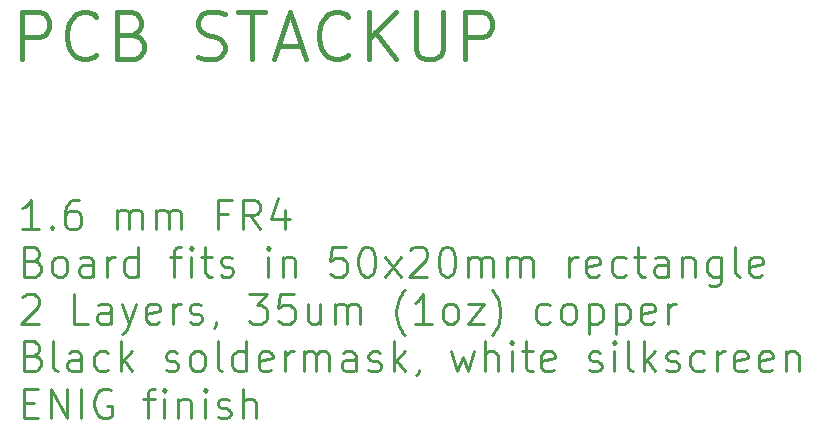
<source format=gbr>
%TF.GenerationSoftware,KiCad,Pcbnew,5.1.6*%
%TF.CreationDate,2021-03-07T15:49:58+10:30*%
%TF.ProjectId,springboard,73707269-6e67-4626-9f61-72642e6b6963,1.0*%
%TF.SameCoordinates,Original*%
%TF.FileFunction,Other,Comment*%
%FSLAX46Y46*%
G04 Gerber Fmt 4.6, Leading zero omitted, Abs format (unit mm)*
G04 Created by KiCad (PCBNEW 5.1.6) date 2021-03-07 15:49:58*
%MOMM*%
%LPD*%
G01*
G04 APERTURE LIST*
%ADD10C,0.250000*%
%ADD11C,0.400000*%
G04 APERTURE END LIST*
D10*
X205292261Y-94430952D02*
X203863690Y-94430952D01*
X204577976Y-94430952D02*
X204577976Y-91930952D01*
X204339880Y-92288095D01*
X204101785Y-92526190D01*
X203863690Y-92645238D01*
X206363690Y-94192857D02*
X206482738Y-94311904D01*
X206363690Y-94430952D01*
X206244642Y-94311904D01*
X206363690Y-94192857D01*
X206363690Y-94430952D01*
X208625595Y-91930952D02*
X208149404Y-91930952D01*
X207911309Y-92050000D01*
X207792261Y-92169047D01*
X207554166Y-92526190D01*
X207435119Y-93002380D01*
X207435119Y-93954761D01*
X207554166Y-94192857D01*
X207673214Y-94311904D01*
X207911309Y-94430952D01*
X208387500Y-94430952D01*
X208625595Y-94311904D01*
X208744642Y-94192857D01*
X208863690Y-93954761D01*
X208863690Y-93359523D01*
X208744642Y-93121428D01*
X208625595Y-93002380D01*
X208387500Y-92883333D01*
X207911309Y-92883333D01*
X207673214Y-93002380D01*
X207554166Y-93121428D01*
X207435119Y-93359523D01*
X211839880Y-94430952D02*
X211839880Y-92764285D01*
X211839880Y-93002380D02*
X211958928Y-92883333D01*
X212197023Y-92764285D01*
X212554166Y-92764285D01*
X212792261Y-92883333D01*
X212911309Y-93121428D01*
X212911309Y-94430952D01*
X212911309Y-93121428D02*
X213030357Y-92883333D01*
X213268452Y-92764285D01*
X213625595Y-92764285D01*
X213863690Y-92883333D01*
X213982738Y-93121428D01*
X213982738Y-94430952D01*
X215173214Y-94430952D02*
X215173214Y-92764285D01*
X215173214Y-93002380D02*
X215292261Y-92883333D01*
X215530357Y-92764285D01*
X215887500Y-92764285D01*
X216125595Y-92883333D01*
X216244642Y-93121428D01*
X216244642Y-94430952D01*
X216244642Y-93121428D02*
X216363690Y-92883333D01*
X216601785Y-92764285D01*
X216958928Y-92764285D01*
X217197023Y-92883333D01*
X217316071Y-93121428D01*
X217316071Y-94430952D01*
X221244642Y-93121428D02*
X220411309Y-93121428D01*
X220411309Y-94430952D02*
X220411309Y-91930952D01*
X221601785Y-91930952D01*
X223982738Y-94430952D02*
X223149404Y-93240476D01*
X222554166Y-94430952D02*
X222554166Y-91930952D01*
X223506547Y-91930952D01*
X223744642Y-92050000D01*
X223863690Y-92169047D01*
X223982738Y-92407142D01*
X223982738Y-92764285D01*
X223863690Y-93002380D01*
X223744642Y-93121428D01*
X223506547Y-93240476D01*
X222554166Y-93240476D01*
X226125595Y-92764285D02*
X226125595Y-94430952D01*
X225530357Y-91811904D02*
X224935119Y-93597619D01*
X226482738Y-93597619D01*
X204816071Y-97121428D02*
X205173214Y-97240476D01*
X205292261Y-97359523D01*
X205411309Y-97597619D01*
X205411309Y-97954761D01*
X205292261Y-98192857D01*
X205173214Y-98311904D01*
X204935119Y-98430952D01*
X203982738Y-98430952D01*
X203982738Y-95930952D01*
X204816071Y-95930952D01*
X205054166Y-96050000D01*
X205173214Y-96169047D01*
X205292261Y-96407142D01*
X205292261Y-96645238D01*
X205173214Y-96883333D01*
X205054166Y-97002380D01*
X204816071Y-97121428D01*
X203982738Y-97121428D01*
X206839880Y-98430952D02*
X206601785Y-98311904D01*
X206482738Y-98192857D01*
X206363690Y-97954761D01*
X206363690Y-97240476D01*
X206482738Y-97002380D01*
X206601785Y-96883333D01*
X206839880Y-96764285D01*
X207197023Y-96764285D01*
X207435119Y-96883333D01*
X207554166Y-97002380D01*
X207673214Y-97240476D01*
X207673214Y-97954761D01*
X207554166Y-98192857D01*
X207435119Y-98311904D01*
X207197023Y-98430952D01*
X206839880Y-98430952D01*
X209816071Y-98430952D02*
X209816071Y-97121428D01*
X209697023Y-96883333D01*
X209458928Y-96764285D01*
X208982738Y-96764285D01*
X208744642Y-96883333D01*
X209816071Y-98311904D02*
X209577976Y-98430952D01*
X208982738Y-98430952D01*
X208744642Y-98311904D01*
X208625595Y-98073809D01*
X208625595Y-97835714D01*
X208744642Y-97597619D01*
X208982738Y-97478571D01*
X209577976Y-97478571D01*
X209816071Y-97359523D01*
X211006547Y-98430952D02*
X211006547Y-96764285D01*
X211006547Y-97240476D02*
X211125595Y-97002380D01*
X211244642Y-96883333D01*
X211482738Y-96764285D01*
X211720833Y-96764285D01*
X213625595Y-98430952D02*
X213625595Y-95930952D01*
X213625595Y-98311904D02*
X213387500Y-98430952D01*
X212911309Y-98430952D01*
X212673214Y-98311904D01*
X212554166Y-98192857D01*
X212435119Y-97954761D01*
X212435119Y-97240476D01*
X212554166Y-97002380D01*
X212673214Y-96883333D01*
X212911309Y-96764285D01*
X213387500Y-96764285D01*
X213625595Y-96883333D01*
X216363690Y-96764285D02*
X217316071Y-96764285D01*
X216720833Y-98430952D02*
X216720833Y-96288095D01*
X216839880Y-96050000D01*
X217077976Y-95930952D01*
X217316071Y-95930952D01*
X218149404Y-98430952D02*
X218149404Y-96764285D01*
X218149404Y-95930952D02*
X218030357Y-96050000D01*
X218149404Y-96169047D01*
X218268452Y-96050000D01*
X218149404Y-95930952D01*
X218149404Y-96169047D01*
X218982738Y-96764285D02*
X219935119Y-96764285D01*
X219339880Y-95930952D02*
X219339880Y-98073809D01*
X219458928Y-98311904D01*
X219697023Y-98430952D01*
X219935119Y-98430952D01*
X220649404Y-98311904D02*
X220887500Y-98430952D01*
X221363690Y-98430952D01*
X221601785Y-98311904D01*
X221720833Y-98073809D01*
X221720833Y-97954761D01*
X221601785Y-97716666D01*
X221363690Y-97597619D01*
X221006547Y-97597619D01*
X220768452Y-97478571D01*
X220649404Y-97240476D01*
X220649404Y-97121428D01*
X220768452Y-96883333D01*
X221006547Y-96764285D01*
X221363690Y-96764285D01*
X221601785Y-96883333D01*
X224697023Y-98430952D02*
X224697023Y-96764285D01*
X224697023Y-95930952D02*
X224577976Y-96050000D01*
X224697023Y-96169047D01*
X224816071Y-96050000D01*
X224697023Y-95930952D01*
X224697023Y-96169047D01*
X225887500Y-96764285D02*
X225887500Y-98430952D01*
X225887500Y-97002380D02*
X226006547Y-96883333D01*
X226244642Y-96764285D01*
X226601785Y-96764285D01*
X226839880Y-96883333D01*
X226958928Y-97121428D01*
X226958928Y-98430952D01*
X231244642Y-95930952D02*
X230054166Y-95930952D01*
X229935119Y-97121428D01*
X230054166Y-97002380D01*
X230292261Y-96883333D01*
X230887500Y-96883333D01*
X231125595Y-97002380D01*
X231244642Y-97121428D01*
X231363690Y-97359523D01*
X231363690Y-97954761D01*
X231244642Y-98192857D01*
X231125595Y-98311904D01*
X230887500Y-98430952D01*
X230292261Y-98430952D01*
X230054166Y-98311904D01*
X229935119Y-98192857D01*
X232911309Y-95930952D02*
X233149404Y-95930952D01*
X233387500Y-96050000D01*
X233506547Y-96169047D01*
X233625595Y-96407142D01*
X233744642Y-96883333D01*
X233744642Y-97478571D01*
X233625595Y-97954761D01*
X233506547Y-98192857D01*
X233387500Y-98311904D01*
X233149404Y-98430952D01*
X232911309Y-98430952D01*
X232673214Y-98311904D01*
X232554166Y-98192857D01*
X232435119Y-97954761D01*
X232316071Y-97478571D01*
X232316071Y-96883333D01*
X232435119Y-96407142D01*
X232554166Y-96169047D01*
X232673214Y-96050000D01*
X232911309Y-95930952D01*
X234577976Y-98430952D02*
X235887500Y-96764285D01*
X234577976Y-96764285D02*
X235887500Y-98430952D01*
X236720833Y-96169047D02*
X236839880Y-96050000D01*
X237077976Y-95930952D01*
X237673214Y-95930952D01*
X237911309Y-96050000D01*
X238030357Y-96169047D01*
X238149404Y-96407142D01*
X238149404Y-96645238D01*
X238030357Y-97002380D01*
X236601785Y-98430952D01*
X238149404Y-98430952D01*
X239697023Y-95930952D02*
X239935119Y-95930952D01*
X240173214Y-96050000D01*
X240292261Y-96169047D01*
X240411309Y-96407142D01*
X240530357Y-96883333D01*
X240530357Y-97478571D01*
X240411309Y-97954761D01*
X240292261Y-98192857D01*
X240173214Y-98311904D01*
X239935119Y-98430952D01*
X239697023Y-98430952D01*
X239458928Y-98311904D01*
X239339880Y-98192857D01*
X239220833Y-97954761D01*
X239101785Y-97478571D01*
X239101785Y-96883333D01*
X239220833Y-96407142D01*
X239339880Y-96169047D01*
X239458928Y-96050000D01*
X239697023Y-95930952D01*
X241601785Y-98430952D02*
X241601785Y-96764285D01*
X241601785Y-97002380D02*
X241720833Y-96883333D01*
X241958928Y-96764285D01*
X242316071Y-96764285D01*
X242554166Y-96883333D01*
X242673214Y-97121428D01*
X242673214Y-98430952D01*
X242673214Y-97121428D02*
X242792261Y-96883333D01*
X243030357Y-96764285D01*
X243387500Y-96764285D01*
X243625595Y-96883333D01*
X243744642Y-97121428D01*
X243744642Y-98430952D01*
X244935119Y-98430952D02*
X244935119Y-96764285D01*
X244935119Y-97002380D02*
X245054166Y-96883333D01*
X245292261Y-96764285D01*
X245649404Y-96764285D01*
X245887500Y-96883333D01*
X246006547Y-97121428D01*
X246006547Y-98430952D01*
X246006547Y-97121428D02*
X246125595Y-96883333D01*
X246363690Y-96764285D01*
X246720833Y-96764285D01*
X246958928Y-96883333D01*
X247077976Y-97121428D01*
X247077976Y-98430952D01*
X250173214Y-98430952D02*
X250173214Y-96764285D01*
X250173214Y-97240476D02*
X250292261Y-97002380D01*
X250411309Y-96883333D01*
X250649404Y-96764285D01*
X250887500Y-96764285D01*
X252673214Y-98311904D02*
X252435119Y-98430952D01*
X251958928Y-98430952D01*
X251720833Y-98311904D01*
X251601785Y-98073809D01*
X251601785Y-97121428D01*
X251720833Y-96883333D01*
X251958928Y-96764285D01*
X252435119Y-96764285D01*
X252673214Y-96883333D01*
X252792261Y-97121428D01*
X252792261Y-97359523D01*
X251601785Y-97597619D01*
X254935119Y-98311904D02*
X254697023Y-98430952D01*
X254220833Y-98430952D01*
X253982738Y-98311904D01*
X253863690Y-98192857D01*
X253744642Y-97954761D01*
X253744642Y-97240476D01*
X253863690Y-97002380D01*
X253982738Y-96883333D01*
X254220833Y-96764285D01*
X254697023Y-96764285D01*
X254935119Y-96883333D01*
X255649404Y-96764285D02*
X256601785Y-96764285D01*
X256006547Y-95930952D02*
X256006547Y-98073809D01*
X256125595Y-98311904D01*
X256363690Y-98430952D01*
X256601785Y-98430952D01*
X258506547Y-98430952D02*
X258506547Y-97121428D01*
X258387499Y-96883333D01*
X258149404Y-96764285D01*
X257673214Y-96764285D01*
X257435119Y-96883333D01*
X258506547Y-98311904D02*
X258268452Y-98430952D01*
X257673214Y-98430952D01*
X257435119Y-98311904D01*
X257316071Y-98073809D01*
X257316071Y-97835714D01*
X257435119Y-97597619D01*
X257673214Y-97478571D01*
X258268452Y-97478571D01*
X258506547Y-97359523D01*
X259697023Y-96764285D02*
X259697023Y-98430952D01*
X259697023Y-97002380D02*
X259816071Y-96883333D01*
X260054166Y-96764285D01*
X260411309Y-96764285D01*
X260649404Y-96883333D01*
X260768452Y-97121428D01*
X260768452Y-98430952D01*
X263030357Y-96764285D02*
X263030357Y-98788095D01*
X262911309Y-99026190D01*
X262792261Y-99145238D01*
X262554166Y-99264285D01*
X262197023Y-99264285D01*
X261958928Y-99145238D01*
X263030357Y-98311904D02*
X262792261Y-98430952D01*
X262316071Y-98430952D01*
X262077976Y-98311904D01*
X261958928Y-98192857D01*
X261839880Y-97954761D01*
X261839880Y-97240476D01*
X261958928Y-97002380D01*
X262077976Y-96883333D01*
X262316071Y-96764285D01*
X262792261Y-96764285D01*
X263030357Y-96883333D01*
X264577976Y-98430952D02*
X264339880Y-98311904D01*
X264220833Y-98073809D01*
X264220833Y-95930952D01*
X266482738Y-98311904D02*
X266244642Y-98430952D01*
X265768452Y-98430952D01*
X265530357Y-98311904D01*
X265411309Y-98073809D01*
X265411309Y-97121428D01*
X265530357Y-96883333D01*
X265768452Y-96764285D01*
X266244642Y-96764285D01*
X266482738Y-96883333D01*
X266601785Y-97121428D01*
X266601785Y-97359523D01*
X265411309Y-97597619D01*
X203863690Y-100169047D02*
X203982738Y-100050000D01*
X204220833Y-99930952D01*
X204816071Y-99930952D01*
X205054166Y-100050000D01*
X205173214Y-100169047D01*
X205292261Y-100407142D01*
X205292261Y-100645238D01*
X205173214Y-101002380D01*
X203744642Y-102430952D01*
X205292261Y-102430952D01*
X209458928Y-102430952D02*
X208268452Y-102430952D01*
X208268452Y-99930952D01*
X211363690Y-102430952D02*
X211363690Y-101121428D01*
X211244642Y-100883333D01*
X211006547Y-100764285D01*
X210530357Y-100764285D01*
X210292261Y-100883333D01*
X211363690Y-102311904D02*
X211125595Y-102430952D01*
X210530357Y-102430952D01*
X210292261Y-102311904D01*
X210173214Y-102073809D01*
X210173214Y-101835714D01*
X210292261Y-101597619D01*
X210530357Y-101478571D01*
X211125595Y-101478571D01*
X211363690Y-101359523D01*
X212316071Y-100764285D02*
X212911309Y-102430952D01*
X213506547Y-100764285D02*
X212911309Y-102430952D01*
X212673214Y-103026190D01*
X212554166Y-103145238D01*
X212316071Y-103264285D01*
X215411309Y-102311904D02*
X215173214Y-102430952D01*
X214697023Y-102430952D01*
X214458928Y-102311904D01*
X214339880Y-102073809D01*
X214339880Y-101121428D01*
X214458928Y-100883333D01*
X214697023Y-100764285D01*
X215173214Y-100764285D01*
X215411309Y-100883333D01*
X215530357Y-101121428D01*
X215530357Y-101359523D01*
X214339880Y-101597619D01*
X216601785Y-102430952D02*
X216601785Y-100764285D01*
X216601785Y-101240476D02*
X216720833Y-101002380D01*
X216839880Y-100883333D01*
X217077976Y-100764285D01*
X217316071Y-100764285D01*
X218030357Y-102311904D02*
X218268452Y-102430952D01*
X218744642Y-102430952D01*
X218982738Y-102311904D01*
X219101785Y-102073809D01*
X219101785Y-101954761D01*
X218982738Y-101716666D01*
X218744642Y-101597619D01*
X218387500Y-101597619D01*
X218149404Y-101478571D01*
X218030357Y-101240476D01*
X218030357Y-101121428D01*
X218149404Y-100883333D01*
X218387500Y-100764285D01*
X218744642Y-100764285D01*
X218982738Y-100883333D01*
X220292261Y-102311904D02*
X220292261Y-102430952D01*
X220173214Y-102669047D01*
X220054166Y-102788095D01*
X223030357Y-99930952D02*
X224577976Y-99930952D01*
X223744642Y-100883333D01*
X224101785Y-100883333D01*
X224339880Y-101002380D01*
X224458928Y-101121428D01*
X224577976Y-101359523D01*
X224577976Y-101954761D01*
X224458928Y-102192857D01*
X224339880Y-102311904D01*
X224101785Y-102430952D01*
X223387500Y-102430952D01*
X223149404Y-102311904D01*
X223030357Y-102192857D01*
X226839880Y-99930952D02*
X225649404Y-99930952D01*
X225530357Y-101121428D01*
X225649404Y-101002380D01*
X225887500Y-100883333D01*
X226482738Y-100883333D01*
X226720833Y-101002380D01*
X226839880Y-101121428D01*
X226958928Y-101359523D01*
X226958928Y-101954761D01*
X226839880Y-102192857D01*
X226720833Y-102311904D01*
X226482738Y-102430952D01*
X225887500Y-102430952D01*
X225649404Y-102311904D01*
X225530357Y-102192857D01*
X229101785Y-100764285D02*
X229101785Y-102430952D01*
X228030357Y-100764285D02*
X228030357Y-102073809D01*
X228149404Y-102311904D01*
X228387500Y-102430952D01*
X228744642Y-102430952D01*
X228982738Y-102311904D01*
X229101785Y-102192857D01*
X230292261Y-102430952D02*
X230292261Y-100764285D01*
X230292261Y-101002380D02*
X230411309Y-100883333D01*
X230649404Y-100764285D01*
X231006547Y-100764285D01*
X231244642Y-100883333D01*
X231363690Y-101121428D01*
X231363690Y-102430952D01*
X231363690Y-101121428D02*
X231482738Y-100883333D01*
X231720833Y-100764285D01*
X232077976Y-100764285D01*
X232316071Y-100883333D01*
X232435119Y-101121428D01*
X232435119Y-102430952D01*
X236244642Y-103383333D02*
X236125595Y-103264285D01*
X235887500Y-102907142D01*
X235768452Y-102669047D01*
X235649404Y-102311904D01*
X235530357Y-101716666D01*
X235530357Y-101240476D01*
X235649404Y-100645238D01*
X235768452Y-100288095D01*
X235887500Y-100050000D01*
X236125595Y-99692857D01*
X236244642Y-99573809D01*
X238506547Y-102430952D02*
X237077976Y-102430952D01*
X237792261Y-102430952D02*
X237792261Y-99930952D01*
X237554166Y-100288095D01*
X237316071Y-100526190D01*
X237077976Y-100645238D01*
X239935119Y-102430952D02*
X239697023Y-102311904D01*
X239577976Y-102192857D01*
X239458928Y-101954761D01*
X239458928Y-101240476D01*
X239577976Y-101002380D01*
X239697023Y-100883333D01*
X239935119Y-100764285D01*
X240292261Y-100764285D01*
X240530357Y-100883333D01*
X240649404Y-101002380D01*
X240768452Y-101240476D01*
X240768452Y-101954761D01*
X240649404Y-102192857D01*
X240530357Y-102311904D01*
X240292261Y-102430952D01*
X239935119Y-102430952D01*
X241601785Y-100764285D02*
X242911309Y-100764285D01*
X241601785Y-102430952D01*
X242911309Y-102430952D01*
X243625595Y-103383333D02*
X243744642Y-103264285D01*
X243982738Y-102907142D01*
X244101785Y-102669047D01*
X244220833Y-102311904D01*
X244339880Y-101716666D01*
X244339880Y-101240476D01*
X244220833Y-100645238D01*
X244101785Y-100288095D01*
X243982738Y-100050000D01*
X243744642Y-99692857D01*
X243625595Y-99573809D01*
X248506547Y-102311904D02*
X248268452Y-102430952D01*
X247792261Y-102430952D01*
X247554166Y-102311904D01*
X247435119Y-102192857D01*
X247316071Y-101954761D01*
X247316071Y-101240476D01*
X247435119Y-101002380D01*
X247554166Y-100883333D01*
X247792261Y-100764285D01*
X248268452Y-100764285D01*
X248506547Y-100883333D01*
X249935119Y-102430952D02*
X249697023Y-102311904D01*
X249577976Y-102192857D01*
X249458928Y-101954761D01*
X249458928Y-101240476D01*
X249577976Y-101002380D01*
X249697023Y-100883333D01*
X249935119Y-100764285D01*
X250292261Y-100764285D01*
X250530357Y-100883333D01*
X250649404Y-101002380D01*
X250768452Y-101240476D01*
X250768452Y-101954761D01*
X250649404Y-102192857D01*
X250530357Y-102311904D01*
X250292261Y-102430952D01*
X249935119Y-102430952D01*
X251839880Y-100764285D02*
X251839880Y-103264285D01*
X251839880Y-100883333D02*
X252077976Y-100764285D01*
X252554166Y-100764285D01*
X252792261Y-100883333D01*
X252911309Y-101002380D01*
X253030357Y-101240476D01*
X253030357Y-101954761D01*
X252911309Y-102192857D01*
X252792261Y-102311904D01*
X252554166Y-102430952D01*
X252077976Y-102430952D01*
X251839880Y-102311904D01*
X254101785Y-100764285D02*
X254101785Y-103264285D01*
X254101785Y-100883333D02*
X254339880Y-100764285D01*
X254816071Y-100764285D01*
X255054166Y-100883333D01*
X255173214Y-101002380D01*
X255292261Y-101240476D01*
X255292261Y-101954761D01*
X255173214Y-102192857D01*
X255054166Y-102311904D01*
X254816071Y-102430952D01*
X254339880Y-102430952D01*
X254101785Y-102311904D01*
X257316071Y-102311904D02*
X257077976Y-102430952D01*
X256601785Y-102430952D01*
X256363690Y-102311904D01*
X256244642Y-102073809D01*
X256244642Y-101121428D01*
X256363690Y-100883333D01*
X256601785Y-100764285D01*
X257077976Y-100764285D01*
X257316071Y-100883333D01*
X257435119Y-101121428D01*
X257435119Y-101359523D01*
X256244642Y-101597619D01*
X258506547Y-102430952D02*
X258506547Y-100764285D01*
X258506547Y-101240476D02*
X258625595Y-101002380D01*
X258744642Y-100883333D01*
X258982738Y-100764285D01*
X259220833Y-100764285D01*
X204816071Y-105121428D02*
X205173214Y-105240476D01*
X205292261Y-105359523D01*
X205411309Y-105597619D01*
X205411309Y-105954761D01*
X205292261Y-106192857D01*
X205173214Y-106311904D01*
X204935119Y-106430952D01*
X203982738Y-106430952D01*
X203982738Y-103930952D01*
X204816071Y-103930952D01*
X205054166Y-104050000D01*
X205173214Y-104169047D01*
X205292261Y-104407142D01*
X205292261Y-104645238D01*
X205173214Y-104883333D01*
X205054166Y-105002380D01*
X204816071Y-105121428D01*
X203982738Y-105121428D01*
X206839880Y-106430952D02*
X206601785Y-106311904D01*
X206482738Y-106073809D01*
X206482738Y-103930952D01*
X208863690Y-106430952D02*
X208863690Y-105121428D01*
X208744642Y-104883333D01*
X208506547Y-104764285D01*
X208030357Y-104764285D01*
X207792261Y-104883333D01*
X208863690Y-106311904D02*
X208625595Y-106430952D01*
X208030357Y-106430952D01*
X207792261Y-106311904D01*
X207673214Y-106073809D01*
X207673214Y-105835714D01*
X207792261Y-105597619D01*
X208030357Y-105478571D01*
X208625595Y-105478571D01*
X208863690Y-105359523D01*
X211125595Y-106311904D02*
X210887500Y-106430952D01*
X210411309Y-106430952D01*
X210173214Y-106311904D01*
X210054166Y-106192857D01*
X209935119Y-105954761D01*
X209935119Y-105240476D01*
X210054166Y-105002380D01*
X210173214Y-104883333D01*
X210411309Y-104764285D01*
X210887500Y-104764285D01*
X211125595Y-104883333D01*
X212197023Y-106430952D02*
X212197023Y-103930952D01*
X212435119Y-105478571D02*
X213149404Y-106430952D01*
X213149404Y-104764285D02*
X212197023Y-105716666D01*
X216006547Y-106311904D02*
X216244642Y-106430952D01*
X216720833Y-106430952D01*
X216958928Y-106311904D01*
X217077976Y-106073809D01*
X217077976Y-105954761D01*
X216958928Y-105716666D01*
X216720833Y-105597619D01*
X216363690Y-105597619D01*
X216125595Y-105478571D01*
X216006547Y-105240476D01*
X216006547Y-105121428D01*
X216125595Y-104883333D01*
X216363690Y-104764285D01*
X216720833Y-104764285D01*
X216958928Y-104883333D01*
X218506547Y-106430952D02*
X218268452Y-106311904D01*
X218149404Y-106192857D01*
X218030357Y-105954761D01*
X218030357Y-105240476D01*
X218149404Y-105002380D01*
X218268452Y-104883333D01*
X218506547Y-104764285D01*
X218863690Y-104764285D01*
X219101785Y-104883333D01*
X219220833Y-105002380D01*
X219339880Y-105240476D01*
X219339880Y-105954761D01*
X219220833Y-106192857D01*
X219101785Y-106311904D01*
X218863690Y-106430952D01*
X218506547Y-106430952D01*
X220768452Y-106430952D02*
X220530357Y-106311904D01*
X220411309Y-106073809D01*
X220411309Y-103930952D01*
X222792261Y-106430952D02*
X222792261Y-103930952D01*
X222792261Y-106311904D02*
X222554166Y-106430952D01*
X222077976Y-106430952D01*
X221839880Y-106311904D01*
X221720833Y-106192857D01*
X221601785Y-105954761D01*
X221601785Y-105240476D01*
X221720833Y-105002380D01*
X221839880Y-104883333D01*
X222077976Y-104764285D01*
X222554166Y-104764285D01*
X222792261Y-104883333D01*
X224935119Y-106311904D02*
X224697023Y-106430952D01*
X224220833Y-106430952D01*
X223982738Y-106311904D01*
X223863690Y-106073809D01*
X223863690Y-105121428D01*
X223982738Y-104883333D01*
X224220833Y-104764285D01*
X224697023Y-104764285D01*
X224935119Y-104883333D01*
X225054166Y-105121428D01*
X225054166Y-105359523D01*
X223863690Y-105597619D01*
X226125595Y-106430952D02*
X226125595Y-104764285D01*
X226125595Y-105240476D02*
X226244642Y-105002380D01*
X226363690Y-104883333D01*
X226601785Y-104764285D01*
X226839880Y-104764285D01*
X227673214Y-106430952D02*
X227673214Y-104764285D01*
X227673214Y-105002380D02*
X227792261Y-104883333D01*
X228030357Y-104764285D01*
X228387500Y-104764285D01*
X228625595Y-104883333D01*
X228744642Y-105121428D01*
X228744642Y-106430952D01*
X228744642Y-105121428D02*
X228863690Y-104883333D01*
X229101785Y-104764285D01*
X229458928Y-104764285D01*
X229697023Y-104883333D01*
X229816071Y-105121428D01*
X229816071Y-106430952D01*
X232077976Y-106430952D02*
X232077976Y-105121428D01*
X231958928Y-104883333D01*
X231720833Y-104764285D01*
X231244642Y-104764285D01*
X231006547Y-104883333D01*
X232077976Y-106311904D02*
X231839880Y-106430952D01*
X231244642Y-106430952D01*
X231006547Y-106311904D01*
X230887500Y-106073809D01*
X230887500Y-105835714D01*
X231006547Y-105597619D01*
X231244642Y-105478571D01*
X231839880Y-105478571D01*
X232077976Y-105359523D01*
X233149404Y-106311904D02*
X233387500Y-106430952D01*
X233863690Y-106430952D01*
X234101785Y-106311904D01*
X234220833Y-106073809D01*
X234220833Y-105954761D01*
X234101785Y-105716666D01*
X233863690Y-105597619D01*
X233506547Y-105597619D01*
X233268452Y-105478571D01*
X233149404Y-105240476D01*
X233149404Y-105121428D01*
X233268452Y-104883333D01*
X233506547Y-104764285D01*
X233863690Y-104764285D01*
X234101785Y-104883333D01*
X235292261Y-106430952D02*
X235292261Y-103930952D01*
X235530357Y-105478571D02*
X236244642Y-106430952D01*
X236244642Y-104764285D02*
X235292261Y-105716666D01*
X237435119Y-106311904D02*
X237435119Y-106430952D01*
X237316071Y-106669047D01*
X237197023Y-106788095D01*
X240173214Y-104764285D02*
X240649404Y-106430952D01*
X241125595Y-105240476D01*
X241601785Y-106430952D01*
X242077976Y-104764285D01*
X243030357Y-106430952D02*
X243030357Y-103930952D01*
X244101785Y-106430952D02*
X244101785Y-105121428D01*
X243982738Y-104883333D01*
X243744642Y-104764285D01*
X243387500Y-104764285D01*
X243149404Y-104883333D01*
X243030357Y-105002380D01*
X245292261Y-106430952D02*
X245292261Y-104764285D01*
X245292261Y-103930952D02*
X245173214Y-104050000D01*
X245292261Y-104169047D01*
X245411309Y-104050000D01*
X245292261Y-103930952D01*
X245292261Y-104169047D01*
X246125595Y-104764285D02*
X247077976Y-104764285D01*
X246482738Y-103930952D02*
X246482738Y-106073809D01*
X246601785Y-106311904D01*
X246839880Y-106430952D01*
X247077976Y-106430952D01*
X248863690Y-106311904D02*
X248625595Y-106430952D01*
X248149404Y-106430952D01*
X247911309Y-106311904D01*
X247792261Y-106073809D01*
X247792261Y-105121428D01*
X247911309Y-104883333D01*
X248149404Y-104764285D01*
X248625595Y-104764285D01*
X248863690Y-104883333D01*
X248982738Y-105121428D01*
X248982738Y-105359523D01*
X247792261Y-105597619D01*
X251839880Y-106311904D02*
X252077976Y-106430952D01*
X252554166Y-106430952D01*
X252792261Y-106311904D01*
X252911309Y-106073809D01*
X252911309Y-105954761D01*
X252792261Y-105716666D01*
X252554166Y-105597619D01*
X252197023Y-105597619D01*
X251958928Y-105478571D01*
X251839880Y-105240476D01*
X251839880Y-105121428D01*
X251958928Y-104883333D01*
X252197023Y-104764285D01*
X252554166Y-104764285D01*
X252792261Y-104883333D01*
X253982738Y-106430952D02*
X253982738Y-104764285D01*
X253982738Y-103930952D02*
X253863690Y-104050000D01*
X253982738Y-104169047D01*
X254101785Y-104050000D01*
X253982738Y-103930952D01*
X253982738Y-104169047D01*
X255530357Y-106430952D02*
X255292261Y-106311904D01*
X255173214Y-106073809D01*
X255173214Y-103930952D01*
X256482738Y-106430952D02*
X256482738Y-103930952D01*
X256720833Y-105478571D02*
X257435119Y-106430952D01*
X257435119Y-104764285D02*
X256482738Y-105716666D01*
X258387499Y-106311904D02*
X258625595Y-106430952D01*
X259101785Y-106430952D01*
X259339880Y-106311904D01*
X259458928Y-106073809D01*
X259458928Y-105954761D01*
X259339880Y-105716666D01*
X259101785Y-105597619D01*
X258744642Y-105597619D01*
X258506547Y-105478571D01*
X258387499Y-105240476D01*
X258387499Y-105121428D01*
X258506547Y-104883333D01*
X258744642Y-104764285D01*
X259101785Y-104764285D01*
X259339880Y-104883333D01*
X261601785Y-106311904D02*
X261363690Y-106430952D01*
X260887499Y-106430952D01*
X260649404Y-106311904D01*
X260530357Y-106192857D01*
X260411309Y-105954761D01*
X260411309Y-105240476D01*
X260530357Y-105002380D01*
X260649404Y-104883333D01*
X260887499Y-104764285D01*
X261363690Y-104764285D01*
X261601785Y-104883333D01*
X262673214Y-106430952D02*
X262673214Y-104764285D01*
X262673214Y-105240476D02*
X262792261Y-105002380D01*
X262911309Y-104883333D01*
X263149404Y-104764285D01*
X263387499Y-104764285D01*
X265173214Y-106311904D02*
X264935119Y-106430952D01*
X264458928Y-106430952D01*
X264220833Y-106311904D01*
X264101785Y-106073809D01*
X264101785Y-105121428D01*
X264220833Y-104883333D01*
X264458928Y-104764285D01*
X264935119Y-104764285D01*
X265173214Y-104883333D01*
X265292261Y-105121428D01*
X265292261Y-105359523D01*
X264101785Y-105597619D01*
X267316071Y-106311904D02*
X267077976Y-106430952D01*
X266601785Y-106430952D01*
X266363690Y-106311904D01*
X266244642Y-106073809D01*
X266244642Y-105121428D01*
X266363690Y-104883333D01*
X266601785Y-104764285D01*
X267077976Y-104764285D01*
X267316071Y-104883333D01*
X267435119Y-105121428D01*
X267435119Y-105359523D01*
X266244642Y-105597619D01*
X268506547Y-104764285D02*
X268506547Y-106430952D01*
X268506547Y-105002380D02*
X268625595Y-104883333D01*
X268863690Y-104764285D01*
X269220833Y-104764285D01*
X269458928Y-104883333D01*
X269577976Y-105121428D01*
X269577976Y-106430952D01*
X203982738Y-109121428D02*
X204816071Y-109121428D01*
X205173214Y-110430952D02*
X203982738Y-110430952D01*
X203982738Y-107930952D01*
X205173214Y-107930952D01*
X206244642Y-110430952D02*
X206244642Y-107930952D01*
X207673214Y-110430952D01*
X207673214Y-107930952D01*
X208863690Y-110430952D02*
X208863690Y-107930952D01*
X211363690Y-108050000D02*
X211125595Y-107930952D01*
X210768452Y-107930952D01*
X210411309Y-108050000D01*
X210173214Y-108288095D01*
X210054166Y-108526190D01*
X209935119Y-109002380D01*
X209935119Y-109359523D01*
X210054166Y-109835714D01*
X210173214Y-110073809D01*
X210411309Y-110311904D01*
X210768452Y-110430952D01*
X211006547Y-110430952D01*
X211363690Y-110311904D01*
X211482738Y-110192857D01*
X211482738Y-109359523D01*
X211006547Y-109359523D01*
X214101785Y-108764285D02*
X215054166Y-108764285D01*
X214458928Y-110430952D02*
X214458928Y-108288095D01*
X214577976Y-108050000D01*
X214816071Y-107930952D01*
X215054166Y-107930952D01*
X215887500Y-110430952D02*
X215887500Y-108764285D01*
X215887500Y-107930952D02*
X215768452Y-108050000D01*
X215887500Y-108169047D01*
X216006547Y-108050000D01*
X215887500Y-107930952D01*
X215887500Y-108169047D01*
X217077976Y-108764285D02*
X217077976Y-110430952D01*
X217077976Y-109002380D02*
X217197023Y-108883333D01*
X217435119Y-108764285D01*
X217792261Y-108764285D01*
X218030357Y-108883333D01*
X218149404Y-109121428D01*
X218149404Y-110430952D01*
X219339880Y-110430952D02*
X219339880Y-108764285D01*
X219339880Y-107930952D02*
X219220833Y-108050000D01*
X219339880Y-108169047D01*
X219458928Y-108050000D01*
X219339880Y-107930952D01*
X219339880Y-108169047D01*
X220411309Y-110311904D02*
X220649404Y-110430952D01*
X221125595Y-110430952D01*
X221363690Y-110311904D01*
X221482738Y-110073809D01*
X221482738Y-109954761D01*
X221363690Y-109716666D01*
X221125595Y-109597619D01*
X220768452Y-109597619D01*
X220530357Y-109478571D01*
X220411309Y-109240476D01*
X220411309Y-109121428D01*
X220530357Y-108883333D01*
X220768452Y-108764285D01*
X221125595Y-108764285D01*
X221363690Y-108883333D01*
X222554166Y-110430952D02*
X222554166Y-107930952D01*
X223625595Y-110430952D02*
X223625595Y-109121428D01*
X223506547Y-108883333D01*
X223268452Y-108764285D01*
X222911309Y-108764285D01*
X222673214Y-108883333D01*
X222554166Y-109002380D01*
D11*
X203840476Y-80034523D02*
X203840476Y-76034523D01*
X205364285Y-76034523D01*
X205745238Y-76225000D01*
X205935714Y-76415476D01*
X206126190Y-76796428D01*
X206126190Y-77367857D01*
X205935714Y-77748809D01*
X205745238Y-77939285D01*
X205364285Y-78129761D01*
X203840476Y-78129761D01*
X210126190Y-79653571D02*
X209935714Y-79844047D01*
X209364285Y-80034523D01*
X208983333Y-80034523D01*
X208411904Y-79844047D01*
X208030952Y-79463095D01*
X207840476Y-79082142D01*
X207650000Y-78320238D01*
X207650000Y-77748809D01*
X207840476Y-76986904D01*
X208030952Y-76605952D01*
X208411904Y-76225000D01*
X208983333Y-76034523D01*
X209364285Y-76034523D01*
X209935714Y-76225000D01*
X210126190Y-76415476D01*
X213173809Y-77939285D02*
X213745238Y-78129761D01*
X213935714Y-78320238D01*
X214126190Y-78701190D01*
X214126190Y-79272619D01*
X213935714Y-79653571D01*
X213745238Y-79844047D01*
X213364285Y-80034523D01*
X211840476Y-80034523D01*
X211840476Y-76034523D01*
X213173809Y-76034523D01*
X213554761Y-76225000D01*
X213745238Y-76415476D01*
X213935714Y-76796428D01*
X213935714Y-77177380D01*
X213745238Y-77558333D01*
X213554761Y-77748809D01*
X213173809Y-77939285D01*
X211840476Y-77939285D01*
X218697619Y-79844047D02*
X219269047Y-80034523D01*
X220221428Y-80034523D01*
X220602380Y-79844047D01*
X220792857Y-79653571D01*
X220983333Y-79272619D01*
X220983333Y-78891666D01*
X220792857Y-78510714D01*
X220602380Y-78320238D01*
X220221428Y-78129761D01*
X219459523Y-77939285D01*
X219078571Y-77748809D01*
X218888095Y-77558333D01*
X218697619Y-77177380D01*
X218697619Y-76796428D01*
X218888095Y-76415476D01*
X219078571Y-76225000D01*
X219459523Y-76034523D01*
X220411904Y-76034523D01*
X220983333Y-76225000D01*
X222126190Y-76034523D02*
X224411904Y-76034523D01*
X223269047Y-80034523D02*
X223269047Y-76034523D01*
X225554761Y-78891666D02*
X227459523Y-78891666D01*
X225173809Y-80034523D02*
X226507142Y-76034523D01*
X227840476Y-80034523D01*
X231459523Y-79653571D02*
X231269047Y-79844047D01*
X230697619Y-80034523D01*
X230316666Y-80034523D01*
X229745238Y-79844047D01*
X229364285Y-79463095D01*
X229173809Y-79082142D01*
X228983333Y-78320238D01*
X228983333Y-77748809D01*
X229173809Y-76986904D01*
X229364285Y-76605952D01*
X229745238Y-76225000D01*
X230316666Y-76034523D01*
X230697619Y-76034523D01*
X231269047Y-76225000D01*
X231459523Y-76415476D01*
X233173809Y-80034523D02*
X233173809Y-76034523D01*
X235459523Y-80034523D02*
X233745238Y-77748809D01*
X235459523Y-76034523D02*
X233173809Y-78320238D01*
X237173809Y-76034523D02*
X237173809Y-79272619D01*
X237364285Y-79653571D01*
X237554761Y-79844047D01*
X237935714Y-80034523D01*
X238697619Y-80034523D01*
X239078571Y-79844047D01*
X239269047Y-79653571D01*
X239459523Y-79272619D01*
X239459523Y-76034523D01*
X241364285Y-80034523D02*
X241364285Y-76034523D01*
X242888095Y-76034523D01*
X243269047Y-76225000D01*
X243459523Y-76415476D01*
X243650000Y-76796428D01*
X243650000Y-77367857D01*
X243459523Y-77748809D01*
X243269047Y-77939285D01*
X242888095Y-78129761D01*
X241364285Y-78129761D01*
M02*

</source>
